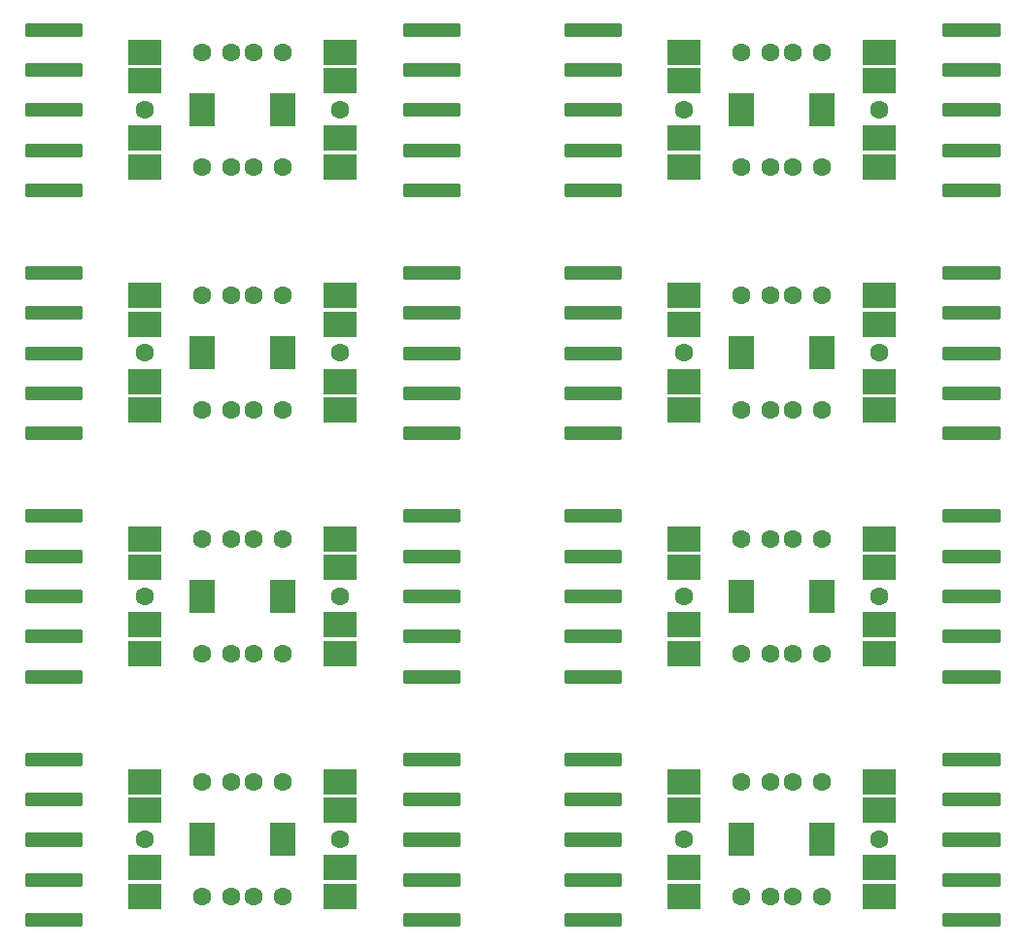
<source format=gts>
G04 #@! TF.GenerationSoftware,KiCad,Pcbnew,(5.1.5)-3*
G04 #@! TF.CreationDate,2020-06-26T23:59:25-04:00*
G04 #@! TF.ProjectId,output_only,6f757470-7574-45f6-9f6e-6c792e6b6963,0.1*
G04 #@! TF.SameCoordinates,Original*
G04 #@! TF.FileFunction,Soldermask,Top*
G04 #@! TF.FilePolarity,Negative*
%FSLAX46Y46*%
G04 Gerber Fmt 4.6, Leading zero omitted, Abs format (unit mm)*
G04 Created by KiCad (PCBNEW (5.1.5)-3) date 2020-06-26 23:59:25*
%MOMM*%
%LPD*%
G04 APERTURE LIST*
%ADD10R,2.900000X2.200000*%
%ADD11R,2.200000X2.900000*%
%ADD12C,1.600000*%
%ADD13C,0.254000*%
G04 APERTURE END LIST*
D10*
X93050000Y-135004000D03*
X93050000Y-125004000D03*
D11*
X98050000Y-130004000D03*
D12*
X93050000Y-130004000D03*
X98050000Y-135004000D03*
X100550000Y-135004000D03*
X98050000Y-125004000D03*
X100550000Y-125004000D03*
D10*
X93050000Y-132504000D03*
X93050000Y-127504000D03*
X93050000Y-106304000D03*
X93050000Y-111304000D03*
D12*
X100550000Y-103804000D03*
X98050000Y-103804000D03*
X100550000Y-113804000D03*
X98050000Y-113804000D03*
X93050000Y-108804000D03*
D11*
X98050000Y-108804000D03*
D10*
X93050000Y-103804000D03*
X93050000Y-113804000D03*
X110050000Y-103804000D03*
X110050000Y-113804000D03*
D11*
X105050000Y-108804000D03*
D12*
X110050000Y-108804000D03*
X105050000Y-103804000D03*
X102550000Y-103804000D03*
X105050000Y-113804000D03*
X102550000Y-113804000D03*
D10*
X110050000Y-106304000D03*
X110050000Y-111304000D03*
X110050000Y-132504000D03*
X110050000Y-127504000D03*
D12*
X102550000Y-135004000D03*
X105050000Y-135004000D03*
X102550000Y-125004000D03*
X105050000Y-125004000D03*
X110050000Y-130004000D03*
D11*
X105050000Y-130004000D03*
D10*
X110050000Y-135004000D03*
X110050000Y-125004000D03*
X157050000Y-111304000D03*
X157050000Y-106304000D03*
D12*
X149550000Y-113804000D03*
X152050000Y-113804000D03*
X149550000Y-103804000D03*
X152050000Y-103804000D03*
X157050000Y-108804000D03*
D11*
X152050000Y-108804000D03*
D10*
X157050000Y-113804000D03*
X157050000Y-103804000D03*
X140050000Y-113804000D03*
X140050000Y-103804000D03*
D11*
X145050000Y-108804000D03*
D12*
X140050000Y-108804000D03*
X145050000Y-113804000D03*
X147550000Y-113804000D03*
X145050000Y-103804000D03*
X147550000Y-103804000D03*
D10*
X140050000Y-111304000D03*
X140050000Y-106304000D03*
X140050000Y-127504000D03*
X140050000Y-132504000D03*
D12*
X147550000Y-125004000D03*
X145050000Y-125004000D03*
X147550000Y-135004000D03*
X145050000Y-135004000D03*
X140050000Y-130004000D03*
D11*
X145050000Y-130004000D03*
D10*
X140050000Y-125004000D03*
X140050000Y-135004000D03*
X157050000Y-125004000D03*
X157050000Y-135004000D03*
D11*
X152050000Y-130004000D03*
D12*
X157050000Y-130004000D03*
X152050000Y-125004000D03*
X149550000Y-125004000D03*
X152050000Y-135004000D03*
X149550000Y-135004000D03*
D10*
X157050000Y-127504000D03*
X157050000Y-132504000D03*
X140050000Y-63904000D03*
X140050000Y-68904000D03*
D12*
X147550000Y-61404000D03*
X145050000Y-61404000D03*
X147550000Y-71404000D03*
X145050000Y-71404000D03*
X140050000Y-66404000D03*
D11*
X145050000Y-66404000D03*
D10*
X140050000Y-61404000D03*
X140050000Y-71404000D03*
X157050000Y-61404000D03*
X157050000Y-71404000D03*
D11*
X152050000Y-66404000D03*
D12*
X157050000Y-66404000D03*
X152050000Y-61404000D03*
X149550000Y-61404000D03*
X152050000Y-71404000D03*
X149550000Y-71404000D03*
D10*
X157050000Y-63904000D03*
X157050000Y-68904000D03*
X157050000Y-90104000D03*
X157050000Y-85104000D03*
D12*
X149550000Y-92604000D03*
X152050000Y-92604000D03*
X149550000Y-82604000D03*
X152050000Y-82604000D03*
X157050000Y-87604000D03*
D11*
X152050000Y-87604000D03*
D10*
X157050000Y-92604000D03*
X157050000Y-82604000D03*
X140050000Y-92604000D03*
X140050000Y-82604000D03*
D11*
X145050000Y-87604000D03*
D12*
X140050000Y-87604000D03*
X145050000Y-92604000D03*
X147550000Y-92604000D03*
X145050000Y-82604000D03*
X147550000Y-82604000D03*
D10*
X140050000Y-90104000D03*
X140050000Y-85104000D03*
X110050000Y-68904000D03*
X110050000Y-63904000D03*
D12*
X102550000Y-71404000D03*
X105050000Y-71404000D03*
X102550000Y-61404000D03*
X105050000Y-61404000D03*
X110050000Y-66404000D03*
D11*
X105050000Y-66404000D03*
D10*
X110050000Y-71404000D03*
X110050000Y-61404000D03*
X93050000Y-71404000D03*
X93050000Y-61404000D03*
D11*
X98050000Y-66404000D03*
D12*
X93050000Y-66404000D03*
X98050000Y-71404000D03*
X100550000Y-71404000D03*
X98050000Y-61404000D03*
X100550000Y-61404000D03*
D10*
X93050000Y-68904000D03*
X93050000Y-63904000D03*
X93050000Y-85104000D03*
X93050000Y-90104000D03*
D12*
X100550000Y-82604000D03*
X98050000Y-82604000D03*
X100550000Y-92604000D03*
X98050000Y-92604000D03*
X93050000Y-87604000D03*
D11*
X98050000Y-87604000D03*
D10*
X93050000Y-82604000D03*
X93050000Y-92604000D03*
X110050000Y-82604000D03*
X110050000Y-92604000D03*
D11*
X105050000Y-87604000D03*
D12*
X110050000Y-87604000D03*
X105050000Y-82604000D03*
X102550000Y-82604000D03*
X105050000Y-92604000D03*
X102550000Y-92604000D03*
D10*
X110050000Y-85104000D03*
X110050000Y-90104000D03*
D13*
G36*
X87423000Y-81077000D02*
G01*
X82677000Y-81077000D01*
X82677000Y-80131000D01*
X87423000Y-80131000D01*
X87423000Y-81077000D01*
G37*
X87423000Y-81077000D02*
X82677000Y-81077000D01*
X82677000Y-80131000D01*
X87423000Y-80131000D01*
X87423000Y-81077000D01*
G36*
X120423000Y-88077000D02*
G01*
X115677000Y-88077000D01*
X115677000Y-87131000D01*
X120423000Y-87131000D01*
X120423000Y-88077000D01*
G37*
X120423000Y-88077000D02*
X115677000Y-88077000D01*
X115677000Y-87131000D01*
X120423000Y-87131000D01*
X120423000Y-88077000D01*
G36*
X120423000Y-95077000D02*
G01*
X115677000Y-95077000D01*
X115677000Y-94131000D01*
X120423000Y-94131000D01*
X120423000Y-95077000D01*
G37*
X120423000Y-95077000D02*
X115677000Y-95077000D01*
X115677000Y-94131000D01*
X120423000Y-94131000D01*
X120423000Y-95077000D01*
G36*
X87423000Y-84577000D02*
G01*
X82677000Y-84577000D01*
X82677000Y-83631000D01*
X87423000Y-83631000D01*
X87423000Y-84577000D01*
G37*
X87423000Y-84577000D02*
X82677000Y-84577000D01*
X82677000Y-83631000D01*
X87423000Y-83631000D01*
X87423000Y-84577000D01*
G36*
X87423000Y-95077000D02*
G01*
X82677000Y-95077000D01*
X82677000Y-94131000D01*
X87423000Y-94131000D01*
X87423000Y-95077000D01*
G37*
X87423000Y-95077000D02*
X82677000Y-95077000D01*
X82677000Y-94131000D01*
X87423000Y-94131000D01*
X87423000Y-95077000D01*
G36*
X87423000Y-88077000D02*
G01*
X82677000Y-88077000D01*
X82677000Y-87131000D01*
X87423000Y-87131000D01*
X87423000Y-88077000D01*
G37*
X87423000Y-88077000D02*
X82677000Y-88077000D01*
X82677000Y-87131000D01*
X87423000Y-87131000D01*
X87423000Y-88077000D01*
G36*
X87423000Y-91577000D02*
G01*
X82677000Y-91577000D01*
X82677000Y-90631000D01*
X87423000Y-90631000D01*
X87423000Y-91577000D01*
G37*
X87423000Y-91577000D02*
X82677000Y-91577000D01*
X82677000Y-90631000D01*
X87423000Y-90631000D01*
X87423000Y-91577000D01*
G36*
X120423000Y-91577000D02*
G01*
X115677000Y-91577000D01*
X115677000Y-90631000D01*
X120423000Y-90631000D01*
X120423000Y-91577000D01*
G37*
X120423000Y-91577000D02*
X115677000Y-91577000D01*
X115677000Y-90631000D01*
X120423000Y-90631000D01*
X120423000Y-91577000D01*
G36*
X120423000Y-81077000D02*
G01*
X115677000Y-81077000D01*
X115677000Y-80131000D01*
X120423000Y-80131000D01*
X120423000Y-81077000D01*
G37*
X120423000Y-81077000D02*
X115677000Y-81077000D01*
X115677000Y-80131000D01*
X120423000Y-80131000D01*
X120423000Y-81077000D01*
G36*
X120423000Y-84577000D02*
G01*
X115677000Y-84577000D01*
X115677000Y-83631000D01*
X120423000Y-83631000D01*
X120423000Y-84577000D01*
G37*
X120423000Y-84577000D02*
X115677000Y-84577000D01*
X115677000Y-83631000D01*
X120423000Y-83631000D01*
X120423000Y-84577000D01*
G36*
X87423000Y-63377000D02*
G01*
X82677000Y-63377000D01*
X82677000Y-62431000D01*
X87423000Y-62431000D01*
X87423000Y-63377000D01*
G37*
X87423000Y-63377000D02*
X82677000Y-63377000D01*
X82677000Y-62431000D01*
X87423000Y-62431000D01*
X87423000Y-63377000D01*
G36*
X87423000Y-59877000D02*
G01*
X82677000Y-59877000D01*
X82677000Y-58931000D01*
X87423000Y-58931000D01*
X87423000Y-59877000D01*
G37*
X87423000Y-59877000D02*
X82677000Y-59877000D01*
X82677000Y-58931000D01*
X87423000Y-58931000D01*
X87423000Y-59877000D01*
G36*
X87423000Y-66877000D02*
G01*
X82677000Y-66877000D01*
X82677000Y-65931000D01*
X87423000Y-65931000D01*
X87423000Y-66877000D01*
G37*
X87423000Y-66877000D02*
X82677000Y-66877000D01*
X82677000Y-65931000D01*
X87423000Y-65931000D01*
X87423000Y-66877000D01*
G36*
X87423000Y-73877000D02*
G01*
X82677000Y-73877000D01*
X82677000Y-72931000D01*
X87423000Y-72931000D01*
X87423000Y-73877000D01*
G37*
X87423000Y-73877000D02*
X82677000Y-73877000D01*
X82677000Y-72931000D01*
X87423000Y-72931000D01*
X87423000Y-73877000D01*
G36*
X87423000Y-70377000D02*
G01*
X82677000Y-70377000D01*
X82677000Y-69431000D01*
X87423000Y-69431000D01*
X87423000Y-70377000D01*
G37*
X87423000Y-70377000D02*
X82677000Y-70377000D01*
X82677000Y-69431000D01*
X87423000Y-69431000D01*
X87423000Y-70377000D01*
G36*
X120423000Y-66877000D02*
G01*
X115677000Y-66877000D01*
X115677000Y-65931000D01*
X120423000Y-65931000D01*
X120423000Y-66877000D01*
G37*
X120423000Y-66877000D02*
X115677000Y-66877000D01*
X115677000Y-65931000D01*
X120423000Y-65931000D01*
X120423000Y-66877000D01*
G36*
X120423000Y-70377000D02*
G01*
X115677000Y-70377000D01*
X115677000Y-69431000D01*
X120423000Y-69431000D01*
X120423000Y-70377000D01*
G37*
X120423000Y-70377000D02*
X115677000Y-70377000D01*
X115677000Y-69431000D01*
X120423000Y-69431000D01*
X120423000Y-70377000D01*
G36*
X120423000Y-73877000D02*
G01*
X115677000Y-73877000D01*
X115677000Y-72931000D01*
X120423000Y-72931000D01*
X120423000Y-73877000D01*
G37*
X120423000Y-73877000D02*
X115677000Y-73877000D01*
X115677000Y-72931000D01*
X120423000Y-72931000D01*
X120423000Y-73877000D01*
G36*
X120423000Y-59877000D02*
G01*
X115677000Y-59877000D01*
X115677000Y-58931000D01*
X120423000Y-58931000D01*
X120423000Y-59877000D01*
G37*
X120423000Y-59877000D02*
X115677000Y-59877000D01*
X115677000Y-58931000D01*
X120423000Y-58931000D01*
X120423000Y-59877000D01*
G36*
X120423000Y-63377000D02*
G01*
X115677000Y-63377000D01*
X115677000Y-62431000D01*
X120423000Y-62431000D01*
X120423000Y-63377000D01*
G37*
X120423000Y-63377000D02*
X115677000Y-63377000D01*
X115677000Y-62431000D01*
X120423000Y-62431000D01*
X120423000Y-63377000D01*
G36*
X134423000Y-59877000D02*
G01*
X129677000Y-59877000D01*
X129677000Y-58931000D01*
X134423000Y-58931000D01*
X134423000Y-59877000D01*
G37*
X134423000Y-59877000D02*
X129677000Y-59877000D01*
X129677000Y-58931000D01*
X134423000Y-58931000D01*
X134423000Y-59877000D01*
G36*
X134423000Y-73877000D02*
G01*
X129677000Y-73877000D01*
X129677000Y-72931000D01*
X134423000Y-72931000D01*
X134423000Y-73877000D01*
G37*
X134423000Y-73877000D02*
X129677000Y-73877000D01*
X129677000Y-72931000D01*
X134423000Y-72931000D01*
X134423000Y-73877000D01*
G36*
X134423000Y-66877000D02*
G01*
X129677000Y-66877000D01*
X129677000Y-65931000D01*
X134423000Y-65931000D01*
X134423000Y-66877000D01*
G37*
X134423000Y-66877000D02*
X129677000Y-66877000D01*
X129677000Y-65931000D01*
X134423000Y-65931000D01*
X134423000Y-66877000D01*
G36*
X134423000Y-63377000D02*
G01*
X129677000Y-63377000D01*
X129677000Y-62431000D01*
X134423000Y-62431000D01*
X134423000Y-63377000D01*
G37*
X134423000Y-63377000D02*
X129677000Y-63377000D01*
X129677000Y-62431000D01*
X134423000Y-62431000D01*
X134423000Y-63377000D01*
G36*
X167423000Y-73877000D02*
G01*
X162677000Y-73877000D01*
X162677000Y-72931000D01*
X167423000Y-72931000D01*
X167423000Y-73877000D01*
G37*
X167423000Y-73877000D02*
X162677000Y-73877000D01*
X162677000Y-72931000D01*
X167423000Y-72931000D01*
X167423000Y-73877000D01*
G36*
X167423000Y-66877000D02*
G01*
X162677000Y-66877000D01*
X162677000Y-65931000D01*
X167423000Y-65931000D01*
X167423000Y-66877000D01*
G37*
X167423000Y-66877000D02*
X162677000Y-66877000D01*
X162677000Y-65931000D01*
X167423000Y-65931000D01*
X167423000Y-66877000D01*
G36*
X167423000Y-59877000D02*
G01*
X162677000Y-59877000D01*
X162677000Y-58931000D01*
X167423000Y-58931000D01*
X167423000Y-59877000D01*
G37*
X167423000Y-59877000D02*
X162677000Y-59877000D01*
X162677000Y-58931000D01*
X167423000Y-58931000D01*
X167423000Y-59877000D01*
G36*
X167423000Y-63377000D02*
G01*
X162677000Y-63377000D01*
X162677000Y-62431000D01*
X167423000Y-62431000D01*
X167423000Y-63377000D01*
G37*
X167423000Y-63377000D02*
X162677000Y-63377000D01*
X162677000Y-62431000D01*
X167423000Y-62431000D01*
X167423000Y-63377000D01*
G36*
X167423000Y-70377000D02*
G01*
X162677000Y-70377000D01*
X162677000Y-69431000D01*
X167423000Y-69431000D01*
X167423000Y-70377000D01*
G37*
X167423000Y-70377000D02*
X162677000Y-70377000D01*
X162677000Y-69431000D01*
X167423000Y-69431000D01*
X167423000Y-70377000D01*
G36*
X134423000Y-70377000D02*
G01*
X129677000Y-70377000D01*
X129677000Y-69431000D01*
X134423000Y-69431000D01*
X134423000Y-70377000D01*
G37*
X134423000Y-70377000D02*
X129677000Y-70377000D01*
X129677000Y-69431000D01*
X134423000Y-69431000D01*
X134423000Y-70377000D01*
G36*
X167423000Y-91577000D02*
G01*
X162677000Y-91577000D01*
X162677000Y-90631000D01*
X167423000Y-90631000D01*
X167423000Y-91577000D01*
G37*
X167423000Y-91577000D02*
X162677000Y-91577000D01*
X162677000Y-90631000D01*
X167423000Y-90631000D01*
X167423000Y-91577000D01*
G36*
X167423000Y-88077000D02*
G01*
X162677000Y-88077000D01*
X162677000Y-87131000D01*
X167423000Y-87131000D01*
X167423000Y-88077000D01*
G37*
X167423000Y-88077000D02*
X162677000Y-88077000D01*
X162677000Y-87131000D01*
X167423000Y-87131000D01*
X167423000Y-88077000D01*
G36*
X167423000Y-81077000D02*
G01*
X162677000Y-81077000D01*
X162677000Y-80131000D01*
X167423000Y-80131000D01*
X167423000Y-81077000D01*
G37*
X167423000Y-81077000D02*
X162677000Y-81077000D01*
X162677000Y-80131000D01*
X167423000Y-80131000D01*
X167423000Y-81077000D01*
G36*
X134423000Y-81077000D02*
G01*
X129677000Y-81077000D01*
X129677000Y-80131000D01*
X134423000Y-80131000D01*
X134423000Y-81077000D01*
G37*
X134423000Y-81077000D02*
X129677000Y-81077000D01*
X129677000Y-80131000D01*
X134423000Y-80131000D01*
X134423000Y-81077000D01*
G36*
X167423000Y-84577000D02*
G01*
X162677000Y-84577000D01*
X162677000Y-83631000D01*
X167423000Y-83631000D01*
X167423000Y-84577000D01*
G37*
X167423000Y-84577000D02*
X162677000Y-84577000D01*
X162677000Y-83631000D01*
X167423000Y-83631000D01*
X167423000Y-84577000D01*
G36*
X134423000Y-95077000D02*
G01*
X129677000Y-95077000D01*
X129677000Y-94131000D01*
X134423000Y-94131000D01*
X134423000Y-95077000D01*
G37*
X134423000Y-95077000D02*
X129677000Y-95077000D01*
X129677000Y-94131000D01*
X134423000Y-94131000D01*
X134423000Y-95077000D01*
G36*
X134423000Y-91577000D02*
G01*
X129677000Y-91577000D01*
X129677000Y-90631000D01*
X134423000Y-90631000D01*
X134423000Y-91577000D01*
G37*
X134423000Y-91577000D02*
X129677000Y-91577000D01*
X129677000Y-90631000D01*
X134423000Y-90631000D01*
X134423000Y-91577000D01*
G36*
X134423000Y-84577000D02*
G01*
X129677000Y-84577000D01*
X129677000Y-83631000D01*
X134423000Y-83631000D01*
X134423000Y-84577000D01*
G37*
X134423000Y-84577000D02*
X129677000Y-84577000D01*
X129677000Y-83631000D01*
X134423000Y-83631000D01*
X134423000Y-84577000D01*
G36*
X167423000Y-95077000D02*
G01*
X162677000Y-95077000D01*
X162677000Y-94131000D01*
X167423000Y-94131000D01*
X167423000Y-95077000D01*
G37*
X167423000Y-95077000D02*
X162677000Y-95077000D01*
X162677000Y-94131000D01*
X167423000Y-94131000D01*
X167423000Y-95077000D01*
G36*
X134423000Y-88077000D02*
G01*
X129677000Y-88077000D01*
X129677000Y-87131000D01*
X134423000Y-87131000D01*
X134423000Y-88077000D01*
G37*
X134423000Y-88077000D02*
X129677000Y-88077000D01*
X129677000Y-87131000D01*
X134423000Y-87131000D01*
X134423000Y-88077000D01*
G36*
X167423000Y-112777000D02*
G01*
X162677000Y-112777000D01*
X162677000Y-111831000D01*
X167423000Y-111831000D01*
X167423000Y-112777000D01*
G37*
X167423000Y-112777000D02*
X162677000Y-112777000D01*
X162677000Y-111831000D01*
X167423000Y-111831000D01*
X167423000Y-112777000D01*
G36*
X134423000Y-105777000D02*
G01*
X129677000Y-105777000D01*
X129677000Y-104831000D01*
X134423000Y-104831000D01*
X134423000Y-105777000D01*
G37*
X134423000Y-105777000D02*
X129677000Y-105777000D01*
X129677000Y-104831000D01*
X134423000Y-104831000D01*
X134423000Y-105777000D01*
G36*
X167423000Y-109277000D02*
G01*
X162677000Y-109277000D01*
X162677000Y-108331000D01*
X167423000Y-108331000D01*
X167423000Y-109277000D01*
G37*
X167423000Y-109277000D02*
X162677000Y-109277000D01*
X162677000Y-108331000D01*
X167423000Y-108331000D01*
X167423000Y-109277000D01*
G36*
X134423000Y-116277000D02*
G01*
X129677000Y-116277000D01*
X129677000Y-115331000D01*
X134423000Y-115331000D01*
X134423000Y-116277000D01*
G37*
X134423000Y-116277000D02*
X129677000Y-116277000D01*
X129677000Y-115331000D01*
X134423000Y-115331000D01*
X134423000Y-116277000D01*
G36*
X134423000Y-112777000D02*
G01*
X129677000Y-112777000D01*
X129677000Y-111831000D01*
X134423000Y-111831000D01*
X134423000Y-112777000D01*
G37*
X134423000Y-112777000D02*
X129677000Y-112777000D01*
X129677000Y-111831000D01*
X134423000Y-111831000D01*
X134423000Y-112777000D01*
G36*
X167423000Y-116277000D02*
G01*
X162677000Y-116277000D01*
X162677000Y-115331000D01*
X167423000Y-115331000D01*
X167423000Y-116277000D01*
G37*
X167423000Y-116277000D02*
X162677000Y-116277000D01*
X162677000Y-115331000D01*
X167423000Y-115331000D01*
X167423000Y-116277000D01*
G36*
X167423000Y-102277000D02*
G01*
X162677000Y-102277000D01*
X162677000Y-101331000D01*
X167423000Y-101331000D01*
X167423000Y-102277000D01*
G37*
X167423000Y-102277000D02*
X162677000Y-102277000D01*
X162677000Y-101331000D01*
X167423000Y-101331000D01*
X167423000Y-102277000D01*
G36*
X134423000Y-109277000D02*
G01*
X129677000Y-109277000D01*
X129677000Y-108331000D01*
X134423000Y-108331000D01*
X134423000Y-109277000D01*
G37*
X134423000Y-109277000D02*
X129677000Y-109277000D01*
X129677000Y-108331000D01*
X134423000Y-108331000D01*
X134423000Y-109277000D01*
G36*
X167423000Y-105777000D02*
G01*
X162677000Y-105777000D01*
X162677000Y-104831000D01*
X167423000Y-104831000D01*
X167423000Y-105777000D01*
G37*
X167423000Y-105777000D02*
X162677000Y-105777000D01*
X162677000Y-104831000D01*
X167423000Y-104831000D01*
X167423000Y-105777000D01*
G36*
X134423000Y-102277000D02*
G01*
X129677000Y-102277000D01*
X129677000Y-101331000D01*
X134423000Y-101331000D01*
X134423000Y-102277000D01*
G37*
X134423000Y-102277000D02*
X129677000Y-102277000D01*
X129677000Y-101331000D01*
X134423000Y-101331000D01*
X134423000Y-102277000D01*
G36*
X167423000Y-133977000D02*
G01*
X162677000Y-133977000D01*
X162677000Y-133031000D01*
X167423000Y-133031000D01*
X167423000Y-133977000D01*
G37*
X167423000Y-133977000D02*
X162677000Y-133977000D01*
X162677000Y-133031000D01*
X167423000Y-133031000D01*
X167423000Y-133977000D01*
G36*
X167423000Y-130477000D02*
G01*
X162677000Y-130477000D01*
X162677000Y-129531000D01*
X167423000Y-129531000D01*
X167423000Y-130477000D01*
G37*
X167423000Y-130477000D02*
X162677000Y-130477000D01*
X162677000Y-129531000D01*
X167423000Y-129531000D01*
X167423000Y-130477000D01*
G36*
X167423000Y-123477000D02*
G01*
X162677000Y-123477000D01*
X162677000Y-122531000D01*
X167423000Y-122531000D01*
X167423000Y-123477000D01*
G37*
X167423000Y-123477000D02*
X162677000Y-123477000D01*
X162677000Y-122531000D01*
X167423000Y-122531000D01*
X167423000Y-123477000D01*
G36*
X167423000Y-137477000D02*
G01*
X162677000Y-137477000D01*
X162677000Y-136531000D01*
X167423000Y-136531000D01*
X167423000Y-137477000D01*
G37*
X167423000Y-137477000D02*
X162677000Y-137477000D01*
X162677000Y-136531000D01*
X167423000Y-136531000D01*
X167423000Y-137477000D01*
G36*
X134423000Y-126977000D02*
G01*
X129677000Y-126977000D01*
X129677000Y-126031000D01*
X134423000Y-126031000D01*
X134423000Y-126977000D01*
G37*
X134423000Y-126977000D02*
X129677000Y-126977000D01*
X129677000Y-126031000D01*
X134423000Y-126031000D01*
X134423000Y-126977000D01*
G36*
X134423000Y-133977000D02*
G01*
X129677000Y-133977000D01*
X129677000Y-133031000D01*
X134423000Y-133031000D01*
X134423000Y-133977000D01*
G37*
X134423000Y-133977000D02*
X129677000Y-133977000D01*
X129677000Y-133031000D01*
X134423000Y-133031000D01*
X134423000Y-133977000D01*
G36*
X167423000Y-126977000D02*
G01*
X162677000Y-126977000D01*
X162677000Y-126031000D01*
X167423000Y-126031000D01*
X167423000Y-126977000D01*
G37*
X167423000Y-126977000D02*
X162677000Y-126977000D01*
X162677000Y-126031000D01*
X167423000Y-126031000D01*
X167423000Y-126977000D01*
G36*
X134423000Y-123477000D02*
G01*
X129677000Y-123477000D01*
X129677000Y-122531000D01*
X134423000Y-122531000D01*
X134423000Y-123477000D01*
G37*
X134423000Y-123477000D02*
X129677000Y-123477000D01*
X129677000Y-122531000D01*
X134423000Y-122531000D01*
X134423000Y-123477000D01*
G36*
X134423000Y-137477000D02*
G01*
X129677000Y-137477000D01*
X129677000Y-136531000D01*
X134423000Y-136531000D01*
X134423000Y-137477000D01*
G37*
X134423000Y-137477000D02*
X129677000Y-137477000D01*
X129677000Y-136531000D01*
X134423000Y-136531000D01*
X134423000Y-137477000D01*
G36*
X134423000Y-130477000D02*
G01*
X129677000Y-130477000D01*
X129677000Y-129531000D01*
X134423000Y-129531000D01*
X134423000Y-130477000D01*
G37*
X134423000Y-130477000D02*
X129677000Y-130477000D01*
X129677000Y-129531000D01*
X134423000Y-129531000D01*
X134423000Y-130477000D01*
G36*
X120423000Y-105777000D02*
G01*
X115677000Y-105777000D01*
X115677000Y-104831000D01*
X120423000Y-104831000D01*
X120423000Y-105777000D01*
G37*
X120423000Y-105777000D02*
X115677000Y-105777000D01*
X115677000Y-104831000D01*
X120423000Y-104831000D01*
X120423000Y-105777000D01*
G36*
X120423000Y-123477000D02*
G01*
X115677000Y-123477000D01*
X115677000Y-122531000D01*
X120423000Y-122531000D01*
X120423000Y-123477000D01*
G37*
X120423000Y-123477000D02*
X115677000Y-123477000D01*
X115677000Y-122531000D01*
X120423000Y-122531000D01*
X120423000Y-123477000D01*
G36*
X87423000Y-105777000D02*
G01*
X82677000Y-105777000D01*
X82677000Y-104831000D01*
X87423000Y-104831000D01*
X87423000Y-105777000D01*
G37*
X87423000Y-105777000D02*
X82677000Y-105777000D01*
X82677000Y-104831000D01*
X87423000Y-104831000D01*
X87423000Y-105777000D01*
G36*
X120423000Y-133977000D02*
G01*
X115677000Y-133977000D01*
X115677000Y-133031000D01*
X120423000Y-133031000D01*
X120423000Y-133977000D01*
G37*
X120423000Y-133977000D02*
X115677000Y-133977000D01*
X115677000Y-133031000D01*
X120423000Y-133031000D01*
X120423000Y-133977000D01*
G36*
X120423000Y-126977000D02*
G01*
X115677000Y-126977000D01*
X115677000Y-126031000D01*
X120423000Y-126031000D01*
X120423000Y-126977000D01*
G37*
X120423000Y-126977000D02*
X115677000Y-126977000D01*
X115677000Y-126031000D01*
X120423000Y-126031000D01*
X120423000Y-126977000D01*
G36*
X87423000Y-112777000D02*
G01*
X82677000Y-112777000D01*
X82677000Y-111831000D01*
X87423000Y-111831000D01*
X87423000Y-112777000D01*
G37*
X87423000Y-112777000D02*
X82677000Y-112777000D01*
X82677000Y-111831000D01*
X87423000Y-111831000D01*
X87423000Y-112777000D01*
G36*
X120423000Y-116277000D02*
G01*
X115677000Y-116277000D01*
X115677000Y-115331000D01*
X120423000Y-115331000D01*
X120423000Y-116277000D01*
G37*
X120423000Y-116277000D02*
X115677000Y-116277000D01*
X115677000Y-115331000D01*
X120423000Y-115331000D01*
X120423000Y-116277000D01*
G36*
X87423000Y-102277000D02*
G01*
X82677000Y-102277000D01*
X82677000Y-101331000D01*
X87423000Y-101331000D01*
X87423000Y-102277000D01*
G37*
X87423000Y-102277000D02*
X82677000Y-102277000D01*
X82677000Y-101331000D01*
X87423000Y-101331000D01*
X87423000Y-102277000D01*
G36*
X120423000Y-112777000D02*
G01*
X115677000Y-112777000D01*
X115677000Y-111831000D01*
X120423000Y-111831000D01*
X120423000Y-112777000D01*
G37*
X120423000Y-112777000D02*
X115677000Y-112777000D01*
X115677000Y-111831000D01*
X120423000Y-111831000D01*
X120423000Y-112777000D01*
G36*
X120423000Y-102277000D02*
G01*
X115677000Y-102277000D01*
X115677000Y-101331000D01*
X120423000Y-101331000D01*
X120423000Y-102277000D01*
G37*
X120423000Y-102277000D02*
X115677000Y-102277000D01*
X115677000Y-101331000D01*
X120423000Y-101331000D01*
X120423000Y-102277000D01*
G36*
X87423000Y-116277000D02*
G01*
X82677000Y-116277000D01*
X82677000Y-115331000D01*
X87423000Y-115331000D01*
X87423000Y-116277000D01*
G37*
X87423000Y-116277000D02*
X82677000Y-116277000D01*
X82677000Y-115331000D01*
X87423000Y-115331000D01*
X87423000Y-116277000D01*
G36*
X87423000Y-109277000D02*
G01*
X82677000Y-109277000D01*
X82677000Y-108331000D01*
X87423000Y-108331000D01*
X87423000Y-109277000D01*
G37*
X87423000Y-109277000D02*
X82677000Y-109277000D01*
X82677000Y-108331000D01*
X87423000Y-108331000D01*
X87423000Y-109277000D01*
G36*
X120423000Y-109277000D02*
G01*
X115677000Y-109277000D01*
X115677000Y-108331000D01*
X120423000Y-108331000D01*
X120423000Y-109277000D01*
G37*
X120423000Y-109277000D02*
X115677000Y-109277000D01*
X115677000Y-108331000D01*
X120423000Y-108331000D01*
X120423000Y-109277000D01*
G36*
X87423000Y-126977000D02*
G01*
X82677000Y-126977000D01*
X82677000Y-126031000D01*
X87423000Y-126031000D01*
X87423000Y-126977000D01*
G37*
X87423000Y-126977000D02*
X82677000Y-126977000D01*
X82677000Y-126031000D01*
X87423000Y-126031000D01*
X87423000Y-126977000D01*
G36*
X87423000Y-137477000D02*
G01*
X82677000Y-137477000D01*
X82677000Y-136531000D01*
X87423000Y-136531000D01*
X87423000Y-137477000D01*
G37*
X87423000Y-137477000D02*
X82677000Y-137477000D01*
X82677000Y-136531000D01*
X87423000Y-136531000D01*
X87423000Y-137477000D01*
G36*
X120423000Y-137477000D02*
G01*
X115677000Y-137477000D01*
X115677000Y-136531000D01*
X120423000Y-136531000D01*
X120423000Y-137477000D01*
G37*
X120423000Y-137477000D02*
X115677000Y-137477000D01*
X115677000Y-136531000D01*
X120423000Y-136531000D01*
X120423000Y-137477000D01*
G36*
X87423000Y-130477000D02*
G01*
X82677000Y-130477000D01*
X82677000Y-129531000D01*
X87423000Y-129531000D01*
X87423000Y-130477000D01*
G37*
X87423000Y-130477000D02*
X82677000Y-130477000D01*
X82677000Y-129531000D01*
X87423000Y-129531000D01*
X87423000Y-130477000D01*
G36*
X87423000Y-133977000D02*
G01*
X82677000Y-133977000D01*
X82677000Y-133031000D01*
X87423000Y-133031000D01*
X87423000Y-133977000D01*
G37*
X87423000Y-133977000D02*
X82677000Y-133977000D01*
X82677000Y-133031000D01*
X87423000Y-133031000D01*
X87423000Y-133977000D01*
G36*
X87423000Y-123477000D02*
G01*
X82677000Y-123477000D01*
X82677000Y-122531000D01*
X87423000Y-122531000D01*
X87423000Y-123477000D01*
G37*
X87423000Y-123477000D02*
X82677000Y-123477000D01*
X82677000Y-122531000D01*
X87423000Y-122531000D01*
X87423000Y-123477000D01*
G36*
X120423000Y-130477000D02*
G01*
X115677000Y-130477000D01*
X115677000Y-129531000D01*
X120423000Y-129531000D01*
X120423000Y-130477000D01*
G37*
X120423000Y-130477000D02*
X115677000Y-130477000D01*
X115677000Y-129531000D01*
X120423000Y-129531000D01*
X120423000Y-130477000D01*
M02*

</source>
